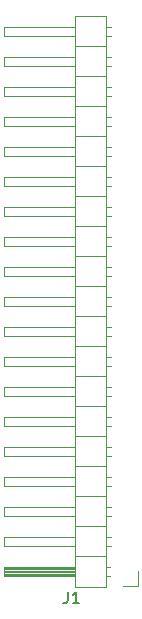
<source format=gbr>
%TF.GenerationSoftware,KiCad,Pcbnew,(6.0.6)*%
%TF.CreationDate,2023-08-17T02:32:06+09:00*%
%TF.ProjectId,SensorBoardRH,53656e73-6f72-4426-9f61-726452482e6b,rev?*%
%TF.SameCoordinates,Original*%
%TF.FileFunction,Legend,Top*%
%TF.FilePolarity,Positive*%
%FSLAX46Y46*%
G04 Gerber Fmt 4.6, Leading zero omitted, Abs format (unit mm)*
G04 Created by KiCad (PCBNEW (6.0.6)) date 2023-08-17 02:32:06*
%MOMM*%
%LPD*%
G01*
G04 APERTURE LIST*
%ADD10C,0.150000*%
%ADD11C,0.120000*%
G04 APERTURE END LIST*
D10*
%TO.C,J1*%
X106801666Y-116732380D02*
X106801666Y-117446666D01*
X106754047Y-117589523D01*
X106658809Y-117684761D01*
X106515952Y-117732380D01*
X106420714Y-117732380D01*
X107801666Y-117732380D02*
X107230238Y-117732380D01*
X107515952Y-117732380D02*
X107515952Y-116732380D01*
X107420714Y-116875238D01*
X107325476Y-116970476D01*
X107230238Y-117018095D01*
D11*
X101420000Y-91770000D02*
X107420000Y-91770000D01*
X107420000Y-67960000D02*
X107420000Y-116340000D01*
X110477071Y-112090000D02*
X110080000Y-112090000D01*
X107420000Y-77290000D02*
X101420000Y-77290000D01*
X101420000Y-84150000D02*
X107420000Y-84150000D01*
X101420000Y-77290000D02*
X101420000Y-76530000D01*
X110477071Y-102690000D02*
X110080000Y-102690000D01*
X107420000Y-100150000D02*
X101420000Y-100150000D01*
X110477071Y-79830000D02*
X110080000Y-79830000D01*
X110080000Y-111200000D02*
X107420000Y-111200000D01*
X101420000Y-84910000D02*
X101420000Y-84150000D01*
X101420000Y-112090000D02*
X107420000Y-112090000D01*
X110080000Y-103580000D02*
X107420000Y-103580000D01*
X101420000Y-71450000D02*
X107420000Y-71450000D01*
X101420000Y-100150000D02*
X101420000Y-99390000D01*
X107420000Y-97610000D02*
X101420000Y-97610000D01*
X101420000Y-107770000D02*
X101420000Y-107010000D01*
X110477071Y-110310000D02*
X110080000Y-110310000D01*
X110477071Y-97610000D02*
X110080000Y-97610000D01*
X110477071Y-95070000D02*
X110080000Y-95070000D01*
X107420000Y-89990000D02*
X101420000Y-89990000D01*
X107420000Y-84910000D02*
X101420000Y-84910000D01*
X110477071Y-107010000D02*
X110080000Y-107010000D01*
X107420000Y-95070000D02*
X101420000Y-95070000D01*
X101420000Y-99390000D02*
X107420000Y-99390000D01*
X110410000Y-114630000D02*
X110080000Y-114630000D01*
X107420000Y-72210000D02*
X101420000Y-72210000D01*
X101420000Y-96850000D02*
X107420000Y-96850000D01*
X107420000Y-115390000D02*
X101420000Y-115390000D01*
X107420000Y-115330000D02*
X101420000Y-115330000D01*
X107420000Y-105230000D02*
X101420000Y-105230000D01*
X101420000Y-79070000D02*
X107420000Y-79070000D01*
X110080000Y-80720000D02*
X107420000Y-80720000D01*
X110477071Y-112850000D02*
X110080000Y-112850000D01*
X110477071Y-104470000D02*
X110080000Y-104470000D01*
X110477071Y-101930000D02*
X110080000Y-101930000D01*
X107420000Y-74750000D02*
X101420000Y-74750000D01*
X110477071Y-69670000D02*
X110080000Y-69670000D01*
X101420000Y-86690000D02*
X107420000Y-86690000D01*
X101420000Y-101930000D02*
X107420000Y-101930000D01*
X101420000Y-105230000D02*
X101420000Y-104470000D01*
X101420000Y-87450000D02*
X101420000Y-86690000D01*
X110477071Y-76530000D02*
X110080000Y-76530000D01*
X110477071Y-89990000D02*
X110080000Y-89990000D01*
X101420000Y-114630000D02*
X107420000Y-114630000D01*
X101420000Y-79830000D02*
X101420000Y-79070000D01*
X110080000Y-70560000D02*
X107420000Y-70560000D01*
X107420000Y-115210000D02*
X101420000Y-115210000D01*
X110477071Y-72210000D02*
X110080000Y-72210000D01*
X101420000Y-69670000D02*
X101420000Y-68910000D01*
X110080000Y-73100000D02*
X107420000Y-73100000D01*
X110477071Y-82370000D02*
X110080000Y-82370000D01*
X110477071Y-77290000D02*
X110080000Y-77290000D01*
X110080000Y-101040000D02*
X107420000Y-101040000D01*
X110477071Y-91770000D02*
X110080000Y-91770000D01*
X110080000Y-98500000D02*
X107420000Y-98500000D01*
X110477071Y-68910000D02*
X110080000Y-68910000D01*
X101420000Y-102690000D02*
X101420000Y-101930000D01*
X110477071Y-86690000D02*
X110080000Y-86690000D01*
X110477071Y-109550000D02*
X110080000Y-109550000D01*
X110410000Y-115390000D02*
X110080000Y-115390000D01*
X101420000Y-76530000D02*
X107420000Y-76530000D01*
X101420000Y-82370000D02*
X101420000Y-81610000D01*
X110477071Y-84910000D02*
X110080000Y-84910000D01*
X110477071Y-87450000D02*
X110080000Y-87450000D01*
X101420000Y-94310000D02*
X107420000Y-94310000D01*
X107420000Y-82370000D02*
X101420000Y-82370000D01*
X101420000Y-72210000D02*
X101420000Y-71450000D01*
X110080000Y-75640000D02*
X107420000Y-75640000D01*
X110080000Y-90880000D02*
X107420000Y-90880000D01*
X101420000Y-73990000D02*
X107420000Y-73990000D01*
X107420000Y-116340000D02*
X110080000Y-116340000D01*
X107420000Y-79830000D02*
X101420000Y-79830000D01*
X101420000Y-115390000D02*
X101420000Y-114630000D01*
X107420000Y-110310000D02*
X101420000Y-110310000D01*
X110080000Y-83260000D02*
X107420000Y-83260000D01*
X107420000Y-92530000D02*
X101420000Y-92530000D01*
X110080000Y-85800000D02*
X107420000Y-85800000D01*
X112790000Y-115010000D02*
X112790000Y-116280000D01*
X112790000Y-116280000D02*
X111520000Y-116280000D01*
X101420000Y-89990000D02*
X101420000Y-89230000D01*
X110080000Y-113740000D02*
X107420000Y-113740000D01*
X110477071Y-105230000D02*
X110080000Y-105230000D01*
X110080000Y-106120000D02*
X107420000Y-106120000D01*
X110477071Y-74750000D02*
X110080000Y-74750000D01*
X101420000Y-97610000D02*
X101420000Y-96850000D01*
X110080000Y-67960000D02*
X107420000Y-67960000D01*
X101420000Y-92530000D02*
X101420000Y-91770000D01*
X110477071Y-107770000D02*
X110080000Y-107770000D01*
X107420000Y-114970000D02*
X101420000Y-114970000D01*
X110477071Y-92530000D02*
X110080000Y-92530000D01*
X101420000Y-107010000D02*
X107420000Y-107010000D01*
X110477071Y-94310000D02*
X110080000Y-94310000D01*
X110080000Y-95960000D02*
X107420000Y-95960000D01*
X110080000Y-93420000D02*
X107420000Y-93420000D01*
X110477071Y-81610000D02*
X110080000Y-81610000D01*
X101420000Y-104470000D02*
X107420000Y-104470000D01*
X107420000Y-107770000D02*
X101420000Y-107770000D01*
X110080000Y-108660000D02*
X107420000Y-108660000D01*
X107420000Y-102690000D02*
X101420000Y-102690000D01*
X110477071Y-99390000D02*
X110080000Y-99390000D01*
X107420000Y-115090000D02*
X101420000Y-115090000D01*
X101420000Y-95070000D02*
X101420000Y-94310000D01*
X110477071Y-71450000D02*
X110080000Y-71450000D01*
X110477071Y-84150000D02*
X110080000Y-84150000D01*
X110080000Y-78180000D02*
X107420000Y-78180000D01*
X101420000Y-81610000D02*
X107420000Y-81610000D01*
X110477071Y-73990000D02*
X110080000Y-73990000D01*
X110477071Y-100150000D02*
X110080000Y-100150000D01*
X107420000Y-114730000D02*
X101420000Y-114730000D01*
X107420000Y-87450000D02*
X101420000Y-87450000D01*
X110080000Y-116340000D02*
X110080000Y-67960000D01*
X101420000Y-112850000D02*
X101420000Y-112090000D01*
X101420000Y-110310000D02*
X101420000Y-109550000D01*
X110080000Y-88340000D02*
X107420000Y-88340000D01*
X101420000Y-89230000D02*
X107420000Y-89230000D01*
X101420000Y-74750000D02*
X101420000Y-73990000D01*
X110477071Y-79070000D02*
X110080000Y-79070000D01*
X110477071Y-89230000D02*
X110080000Y-89230000D01*
X110477071Y-96850000D02*
X110080000Y-96850000D01*
X107420000Y-114850000D02*
X101420000Y-114850000D01*
X107420000Y-69670000D02*
X101420000Y-69670000D01*
X107420000Y-112850000D02*
X101420000Y-112850000D01*
X101420000Y-109550000D02*
X107420000Y-109550000D01*
X101420000Y-68910000D02*
X107420000Y-68910000D01*
%TD*%
M02*

</source>
